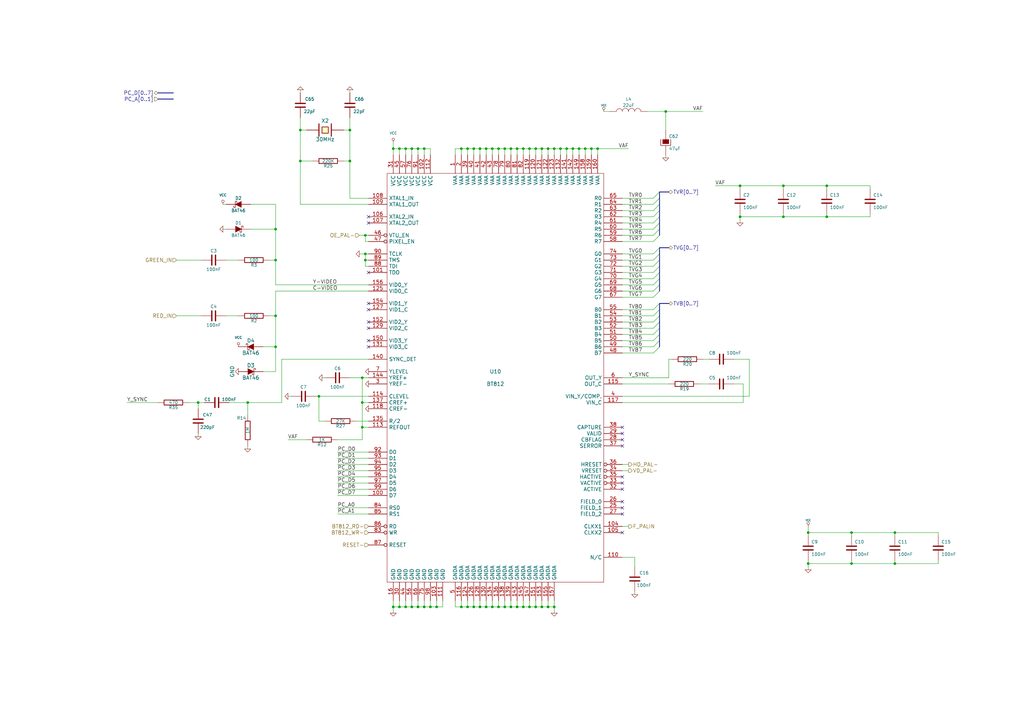
<source format=kicad_sch>
(kicad_sch (version 20221004) (generator eeschema)
  (paper "A3")
  (title_block (title "Video") (date "Sun 22 Mar 2015") (rev "2.0B") (company "Kicad EDA"))
  (lib_symbols
    (symbol "video_schlib:BT812" (pin_names (offset 0.762))
      (property "Reference" "U" (at 47.498 85.09 0))
      (property "Value" "BT812" (at 31.242 -85.09 0))
      (symbol "BT812_1_1"
        (pin input line (at -16.51 91.44 270) (length 7.62) (name "VAA") (number "1"))
        (pin tri_state line (at -52.07 -48.26 0) (length 7.62) (name "D7") (number "100"))
        (pin output line (at -52.07 43.18 0) (length 7.62) (name "TDO") (number "101"))
        (pin input line (at -29.21 91.44 270) (length 7.62) (name "VCC") (number "102"))
        (pin input line (at -24.13 -91.44 90) (length 7.62) (name "GND") (number "103"))
        (pin output line (at 52.07 -60.96 180) (length 7.62) (name "CLKX1") (number "104"))
        (pin output line (at 52.07 -63.5 180) (length 7.62) (name "CLKX2") (number "105"))
        (pin input line (at -52.07 66.04 0) (length 7.62) (name "XTAL2_IN") (number "106"))
        (pin output line (at -52.07 63.5 0) (length 7.62) (name "XTAL2_OUT") (number "107"))
        (pin input line (at -52.07 73.66 0) (length 7.62) (name "XTAL1_IN") (number "108"))
        (pin output line (at -52.07 71.12 0) (length 7.62) (name "XTAL1_OUT") (number "109"))
        (pin input line (at 52.07 -73.66 180) (length 7.62) (name "N/C") (number "110"))
        (pin input line (at -21.59 -91.44 90) (length 7.62) (name "GND") (number "111"))
        (pin input line (at -26.67 91.44 270) (length 7.62) (name "VCC") (number "112"))
        (pin output line (at -52.07 -20.32 0) (length 7.62) (name "REFOUT") (number "113"))
        (pin input line (at -52.07 -7.62 0) (length 7.62) (name "CLEVEL") (number "114"))
        (pin output line (at 52.07 -2.54 180) (length 7.62) (name "OUT_C") (number "115"))
        (pin input line (at -13.97 -91.44 90) (length 7.62) (name "GNDA") (number "116"))
        (pin input line (at 52.07 -10.16 180) (length 7.62) (name "VIN_C") (number "117"))
        (pin input line (at -52.07 -12.7 0) (length 7.62) (name "CREF-") (number "118"))
        (pin input line (at 13.97 91.44 270) (length 7.62) (name "VAA") (number "119"))
        (pin input line (at 16.51 91.44 270) (length 7.62) (name "VAA") (number "120"))
        (pin input line (at 19.05 91.44 270) (length 7.62) (name "VAA") (number "121"))
        (pin input line (at 21.59 91.44 270) (length 7.62) (name "VAA") (number "122"))
        (pin passive line (at 24.13 91.44 270) (length 7.62) (name "VAA") (number "123"))
        (pin input line (at -11.43 -91.44 90) (length 7.62) (name "GNDA") (number "124"))
        (pin input line (at -52.07 35.56 0) (length 7.62) (name "VID0_C") (number "125"))
        (pin input line (at -8.89 -91.44 90) (length 7.62) (name "GNDA") (number "126"))
        (pin input line (at -52.07 27.94 0) (length 7.62) (name "VID1_C") (number "127"))
        (pin input line (at -6.35 -91.44 90) (length 7.62) (name "GNDA") (number "128"))
        (pin input line (at -52.07 20.32 0) (length 7.62) (name "VID2_C") (number "129"))
        (pin input line (at -3.81 -91.44 90) (length 7.62) (name "GNDA") (number "130"))
        (pin input line (at -52.07 12.7 0) (length 7.62) (name "VID3_C") (number "131"))
        (pin input line (at 26.67 91.44 270) (length 7.62) (name "VAA") (number "132"))
        (pin input line (at -1.27 -91.44 90) (length 7.62) (name "GNDA") (number "134"))
        (pin input line (at -52.07 -17.78 0) (length 7.62) (name "R/2") (number "135"))
        (pin input line (at 1.27 -91.44 90) (length 7.62) (name "GNDA") (number "136"))
        (pin input line (at -52.07 -10.16 0) (length 7.62) (name "CREF+") (number "137"))
        (pin input line (at 3.81 -91.44 90) (length 7.62) (name "GNDA") (number "138"))
        (pin input line (at 6.35 -91.44 90) (length 7.62) (name "GNDA") (number "139"))
        (pin input line (at -52.07 7.62 0) (length 7.62) (name "SYNC_DET") (number "140"))
        (pin input line (at 29.21 91.44 270) (length 7.62) (name "VAA") (number "141"))
        (pin input line (at 31.75 91.44 270) (length 7.62) (name "VAA") (number "142"))
        (pin input line (at 8.89 -91.44 90) (length 7.62) (name "GNDA") (number "143"))
        (pin input line (at -52.07 0 0) (length 7.62) (name "YREF+") (number "144"))
        (pin input line (at 11.43 -91.44 90) (length 7.62) (name "GNDA") (number "145"))
        (pin input line (at 13.97 -91.44 90) (length 7.62) (name "GNDA") (number "147"))
        (pin input line (at 34.29 91.44 270) (length 7.62) (name "VAA") (number "149"))
        (pin input line (at -52.07 15.24 0) (length 7.62) (name "VID3_Y") (number "150"))
        (pin input line (at 16.51 -91.44 90) (length 7.62) (name "GNDA") (number "151"))
        (pin input line (at -52.07 22.86 0) (length 7.62) (name "VID2_Y") (number "152"))
        (pin input line (at 19.05 -91.44 90) (length 7.62) (name "GNDA") (number "153"))
        (pin input line (at -52.07 30.48 0) (length 7.62) (name "VID1_Y") (number "154"))
        (pin input line (at 21.59 -91.44 90) (length 7.62) (name "GNDA") (number "155"))
        (pin input line (at -52.07 38.1 0) (length 7.62) (name "VID0_Y") (number "156"))
        (pin input line (at 24.13 -91.44 90) (length 7.62) (name "GNDA") (number "157"))
        (pin input line (at 36.83 91.44 270) (length 7.62) (name "VAA") (number "158"))
        (pin input line (at 39.37 91.44 270) (length 7.62) (name "VAA") (number "159"))
        (pin input line (at -41.91 -91.44 90) (length 7.62) (name "GND") (number "16"))
        (pin input line (at 41.91 91.44 270) (length 7.62) (name "VAA") (number "160"))
        (pin input line (at -13.97 91.44 270) (length 7.62) (name "VAA") (number "2"))
        (pin bidirectional line (at 52.07 -53.34 180) (length 7.62) (name "FIELD_1") (number "25"))
        (pin bidirectional line (at 52.07 -50.8 180) (length 7.62) (name "FIELD_0") (number "26"))
        (pin output line (at 52.07 -55.88 180) (length 7.62) (name "FIELD_2") (number "27"))
        (pin output line (at 52.07 -25.4 180) (length 7.62) (name "CBFLAG") (number "28"))
        (pin output line (at 52.07 -22.86 180) (length 7.62) (name "VALID") (number "29"))
        (pin input line (at -52.07 -2.54 0) (length 7.62) (name "YREF-") (number "3"))
        (pin input line (at -39.37 -91.44 90) (length 7.62) (name "GND") (number "30"))
        (pin input line (at -41.91 91.44 270) (length 7.62) (name "VCC") (number "31"))
        (pin output line (at 52.07 -45.72 180) (length 7.62) (name "ACTIVE") (number "32"))
        (pin output inverted (at 52.07 -43.18 180) (length 7.62) (name "VACTIVE") (number "33"))
        (pin output inverted (at 52.07 -38.1 180) (length 7.62) (name "VRESET") (number "34"))
        (pin output inverted (at 52.07 -40.64 180) (length 7.62) (name "HACTIVE") (number "35"))
        (pin output inverted (at 52.07 -35.56 180) (length 7.62) (name "HRESET") (number "36"))
        (pin output line (at 52.07 -27.94 180) (length 7.62) (name "SERROR") (number "37"))
        (pin output line (at 52.07 -20.32 180) (length 7.62) (name "CAPTURE") (number "38"))
        (pin input line (at -11.43 91.44 270) (length 7.62) (name "VAA") (number "39"))
        (pin input line (at 52.07 -7.62 180) (length 7.62) (name "VIN_Y/COMP.") (number "4"))
        (pin input line (at -8.89 91.44 270) (length 7.62) (name "VAA") (number "40"))
        (pin input line (at -6.35 91.44 270) (length 7.62) (name "VAA") (number "41"))
        (pin input line (at -3.81 91.44 270) (length 7.62) (name "VAA") (number "42"))
        (pin input line (at -1.27 91.44 270) (length 7.62) (name "VAA") (number "43"))
        (pin input line (at -36.83 -91.44 90) (length 7.62) (name "GND") (number "44"))
        (pin input line (at -39.37 91.44 270) (length 7.62) (name "VCC") (number "45"))
        (pin input inverted (at -52.07 58.42 0) (length 7.62) (name "VTU_EN") (number "46"))
        (pin input inverted (at -52.07 55.88 0) (length 7.62) (name "PIXEL_EN") (number "47"))
        (pin tri_state line (at 52.07 10.16 180) (length 7.62) (name "B7") (number "48"))
        (pin tri_state line (at 52.07 12.7 180) (length 7.62) (name "B6") (number "49"))
        (pin input line (at -16.51 -91.44 90) (length 7.62) (name "GNDA") (number "5"))
        (pin tri_state line (at 52.07 15.24 180) (length 7.62) (name "B5") (number "50"))
        (pin tri_state line (at 52.07 17.78 180) (length 7.62) (name "B4") (number "51"))
        (pin tri_state line (at 52.07 20.32 180) (length 7.62) (name "B3") (number "52"))
        (pin tri_state line (at 52.07 22.86 180) (length 7.62) (name "B2") (number "53"))
        (pin tri_state line (at 52.07 25.4 180) (length 7.62) (name "B1") (number "54"))
        (pin tri_state line (at 52.07 27.94 180) (length 7.62) (name "B0") (number "55"))
        (pin input line (at -34.29 -91.44 90) (length 7.62) (name "GND") (number "56"))
        (pin input line (at -36.83 91.44 270) (length 7.62) (name "VCC") (number "57"))
        (pin tri_state line (at 52.07 55.88 180) (length 7.62) (name "R7") (number "58"))
        (pin tri_state line (at 52.07 58.42 180) (length 7.62) (name "R6") (number "59"))
        (pin output line (at 52.07 0 180) (length 7.62) (name "OUT_Y") (number "6"))
        (pin tri_state line (at 52.07 60.96 180) (length 7.62) (name "R5") (number "60"))
        (pin tri_state line (at 52.07 63.5 180) (length 7.62) (name "R4") (number "61"))
        (pin tri_state line (at 52.07 66.04 180) (length 7.62) (name "R3") (number "62"))
        (pin tri_state line (at 52.07 68.58 180) (length 7.62) (name "R2") (number "63"))
        (pin tri_state line (at 52.07 71.12 180) (length 7.62) (name "R1") (number "64"))
        (pin tri_state line (at 52.07 73.66 180) (length 7.62) (name "R0") (number "65"))
        (pin input line (at -31.75 -91.44 90) (length 7.62) (name "GND") (number "66"))
        (pin tri_state line (at 52.07 33.02 180) (length 7.62) (name "G7") (number "67"))
        (pin tri_state line (at 52.07 35.56 180) (length 7.62) (name "G6") (number "68"))
        (pin tri_state line (at 52.07 38.1 180) (length 7.62) (name "G5") (number "69"))
        (pin input line (at -52.07 2.54 0) (length 7.62) (name "YLEVEL") (number "7"))
        (pin tri_state line (at 52.07 40.64 180) (length 7.62) (name "G4") (number "70"))
        (pin tri_state line (at 52.07 43.18 180) (length 7.62) (name "G3") (number "71"))
        (pin tri_state line (at 52.07 45.72 180) (length 7.62) (name "G2") (number "72"))
        (pin tri_state line (at 52.07 48.26 180) (length 7.62) (name "G1") (number "73"))
        (pin tri_state line (at 52.07 50.8 180) (length 7.62) (name "G0") (number "74"))
        (pin input line (at -29.21 -91.44 90) (length 7.62) (name "GND") (number "75"))
        (pin input line (at -34.29 91.44 270) (length 7.62) (name "VCC") (number "76"))
        (pin input line (at 1.27 91.44 270) (length 7.62) (name "VAA") (number "78"))
        (pin input line (at 3.81 91.44 270) (length 7.62) (name "VAA") (number "79"))
        (pin input line (at 6.35 91.44 270) (length 7.62) (name "VAA") (number "80"))
        (pin input line (at 8.89 91.44 270) (length 7.62) (name "VAA") (number "81"))
        (pin input line (at 11.43 91.44 270) (length 7.62) (name "VAA") (number "82"))
        (pin input inverted (at -52.07 -63.5 0) (length 7.62) (name "WR") (number "83"))
        (pin input line (at -52.07 -53.34 0) (length 7.62) (name "RS0") (number "84"))
        (pin input line (at -52.07 -55.88 0) (length 7.62) (name "RS1") (number "85"))
        (pin input inverted (at -52.07 -60.96 0) (length 7.62) (name "RD") (number "86"))
        (pin input inverted (at -52.07 -68.58 0) (length 7.62) (name "RESET") (number "87"))
        (pin input line (at -52.07 45.72 0) (length 7.62) (name "TDI") (number "88"))
        (pin input line (at -52.07 48.26 0) (length 7.62) (name "TMS") (number "89"))
        (pin input line (at -52.07 50.8 0) (length 7.62) (name "TCLK") (number "90"))
        (pin passive line (at -31.75 91.44 270) (length 7.62) (name "VCC") (number "91"))
        (pin tri_state line (at -52.07 -30.48 0) (length 7.62) (name "D0") (number "92"))
        (pin tri_state line (at -52.07 -33.02 0) (length 7.62) (name "D1") (number "93"))
        (pin tri_state line (at -52.07 -35.56 0) (length 7.62) (name "D2") (number "94"))
        (pin tri_state line (at -52.07 -38.1 0) (length 7.62) (name "D3") (number "95"))
        (pin tri_state line (at -52.07 -40.64 0) (length 7.62) (name "D4") (number "96"))
        (pin tri_state line (at -52.07 -43.18 0) (length 7.62) (name "D5") (number "97"))
        (pin input line (at -26.67 -91.44 90) (length 7.62) (name "GND") (number "98"))
        (pin tri_state line (at -52.07 -45.72 0) (length 7.62) (name "D6") (number "99"))
      )
    )
    (symbol "video_schlib:C" (pin_numbers hide) (pin_names (offset 0.254))
      (property "Reference" "C" (at 0 2.54 0))
      (property "Value" "C" (at 0.1524 -2.159 0))
      (symbol "C_1_1"
        (pin passive line (at 0 5.08 270) (length 4.318) (name "~") (number "1"))
        (pin passive line (at 0 -5.08 90) (length 4.318) (name "~") (number "2"))
      )
    )
    (symbol "video_schlib:CP" (pin_numbers hide) (pin_names (offset 0.254) hide)
      (property "Reference" "C" (at 1.27 2.54 0))
      (property "Value" "CP" (at 1.27 -2.54 0))
      (symbol "CP_1_1"
        (pin passive line (at 0 5.08 270) (length 3.81) (name "~") (number "1"))
        (pin passive line (at 0 -5.08 90) (length 3.81) (name "~") (number "2"))
      )
    )
    (symbol "video_schlib:CRYSTAL" (pin_numbers hide) (pin_names (offset 1.016) hide)
      (property "Reference" "X" (at 0 3.81 0))
      (property "Value" "CRYSTAL" (at 0 -3.81 0))
      (symbol "CRYSTAL_1_1"
        (pin passive line (at -7.62 0 0) (length 5.08) (name "1") (number "1"))
        (pin passive line (at 7.62 0 180) (length 5.08) (name "2") (number "2"))
      )
    )
    (symbol "video_schlib:DIODESCH" (pin_numbers hide) (pin_names (offset 1.016) hide)
      (property "Reference" "D" (at 0 2.54 0))
      (property "Value" "DIODESCH" (at 0 -2.54 0))
      (symbol "DIODESCH_1_1"
        (pin passive line (at -5.08 0 0) (length 3.81) (name "A") (number "1"))
        (pin passive line (at 5.08 0 180) (length 3.81) (name "K") (number "2"))
      )
    )
    (symbol "video_schlib:GND" (power) (pin_names (offset 0))
      (symbol "GND_1_1"
        (pin power_in line (at 0 0 90) (length 0) hide (name "GND") (number "1"))
      )
    )
    (symbol "video_schlib:INDUCTOR" (pin_numbers hide) (pin_names (offset 1.016) hide)
      (property "Reference" "L" (at -1.27 0 90))
      (property "Value" "INDUCTOR" (at 2.54 0 90))
      (symbol "INDUCTOR_1_1"
        (pin passive line (at 0 7.62 270) (length 2.54) (name "1") (number "1"))
        (pin passive line (at 0 -7.62 90) (length 2.54) (name "2") (number "2"))
      )
    )
    (symbol "video_schlib:R" (pin_numbers hide) (pin_names (offset 0))
      (property "Reference" "R" (at 2.032 0 90))
      (property "Value" "R" (at 0.1778 0.0254 90))
      (symbol "R_1_1"
        (pin passive line (at 0 6.35 270) (length 2.54) (name "~") (number "1"))
        (pin passive line (at 0 -6.35 90) (length 2.54) (name "~") (number "2"))
      )
    )
    (symbol "video_schlib:VCC" (power) (pin_names (offset 0))
      (property "Value" "VCC" (at 0 2.54 0))
      (symbol "VCC_0_0"
        (pin power_in line (at 0 0 90) (length 0) hide (name "VCC") (number "1"))
      )
    )
  )
  (junction (at 234.95 60.96) (diameter 0.9144))
  (junction (at 113.03 129.54) (diameter 0.9144))
  (junction (at 209.55 60.96) (diameter 0.9144))
  (junction (at 171.45 60.96) (diameter 0.9144))
  (junction (at 166.37 60.96) (diameter 0.9144))
  (junction (at 123.19 53.34) (diameter 0.9144))
  (junction (at 149.86 96.52) (diameter 0.9144))
  (junction (at 149.86 104.14) (diameter 0.9144))
  (junction (at 113.03 142.24) (diameter 0.9144))
  (junction (at 214.63 60.96) (diameter 0.9144))
  (junction (at 173.99 248.92) (diameter 0.9144))
  (junction (at 81.28 165.1) (diameter 0.9144))
  (junction (at 339.09 76.2) (diameter 0.9144))
  (junction (at 227.33 248.92) (diameter 0.9144))
  (junction (at 201.93 60.96) (diameter 0.9144))
  (junction (at 163.83 60.96) (diameter 0.9144))
  (junction (at 143.51 66.04) (diameter 0.9144))
  (junction (at 242.57 60.96) (diameter 0.9144))
  (junction (at 273.05 45.72) (diameter 0.9144))
  (junction (at 219.71 60.96) (diameter 0.9144))
  (junction (at 245.11 60.96) (diameter 0.9144))
  (junction (at 321.31 88.9) (diameter 0.9144))
  (junction (at 148.59 175.26) (diameter 0.9144))
  (junction (at 232.41 60.96) (diameter 0.9144))
  (junction (at 207.01 60.96) (diameter 0.9144))
  (junction (at 237.49 60.96) (diameter 0.9144))
  (junction (at 161.29 60.96) (diameter 0.9144))
  (junction (at 123.19 66.04) (diameter 0.9144))
  (junction (at 171.45 248.92) (diameter 0.9144))
  (junction (at 204.47 248.92) (diameter 0.9144))
  (junction (at 113.03 93.98) (diameter 0.9144))
  (junction (at 204.47 60.96) (diameter 0.9144))
  (junction (at 331.47 218.44) (diameter 0.9144))
  (junction (at 163.83 248.92) (diameter 0.9144))
  (junction (at 349.25 218.44) (diameter 0.9144))
  (junction (at 101.6 165.1) (diameter 0.9144))
  (junction (at 207.01 248.92) (diameter 0.9144))
  (junction (at 222.25 248.92) (diameter 0.9144))
  (junction (at 212.09 60.96) (diameter 0.9144))
  (junction (at 148.59 154.94) (diameter 0.9144))
  (junction (at 217.17 60.96) (diameter 0.9144))
  (junction (at 229.87 60.96) (diameter 0.9144))
  (junction (at 130.81 162.56) (diameter 0.9144))
  (junction (at 212.09 248.92) (diameter 0.9144))
  (junction (at 199.39 60.96) (diameter 0.9144))
  (junction (at 339.09 88.9) (diameter 0.9144))
  (junction (at 176.53 248.92) (diameter 0.9144))
  (junction (at 331.47 231.14) (diameter 0.9144))
  (junction (at 191.77 60.96) (diameter 0.9144))
  (junction (at 189.23 60.96) (diameter 0.9144))
  (junction (at 194.31 248.92) (diameter 0.9144))
  (junction (at 196.85 60.96) (diameter 0.9144))
  (junction (at 303.53 88.9) (diameter 0.9144))
  (junction (at 179.07 248.92) (diameter 0.9144))
  (junction (at 222.25 60.96) (diameter 0.9144))
  (junction (at 303.53 76.2) (diameter 0.9144))
  (junction (at 173.99 60.96) (diameter 0.9144))
  (junction (at 217.17 248.92) (diameter 0.9144))
  (junction (at 143.51 53.34) (diameter 0.9144))
  (junction (at 166.37 248.92) (diameter 0.9144))
  (junction (at 349.25 231.14) (diameter 0.9144))
  (junction (at 240.03 60.96) (diameter 0.9144))
  (junction (at 367.03 218.44) (diameter 0.9144))
  (junction (at 161.29 248.92) (diameter 0.9144))
  (junction (at 367.03 231.14) (diameter 0.9144))
  (junction (at 214.63 248.92) (diameter 0.9144))
  (junction (at 148.59 165.1) (diameter 0.9144))
  (junction (at 199.39 248.92) (diameter 0.9144))
  (junction (at 321.31 76.2) (diameter 0.9144))
  (junction (at 113.03 106.68) (diameter 0.9144))
  (junction (at 196.85 248.92) (diameter 0.9144))
  (junction (at 191.77 248.92) (diameter 0.9144))
  (junction (at 219.71 248.92) (diameter 0.9144))
  (junction (at 201.93 248.92) (diameter 0.9144))
  (junction (at 209.55 248.92) (diameter 0.9144))
  (junction (at 189.23 248.92) (diameter 0.9144))
  (junction (at 194.31 60.96) (diameter 0.9144))
  (junction (at 168.91 60.96) (diameter 0.9144))
  (junction (at 149.86 106.68) (diameter 0.9144))
  (junction (at 224.79 60.96) (diameter 0.9144))
  (junction (at 168.91 248.92) (diameter 0.9144))
  (junction (at 227.33 60.96) (diameter 0.9144))
  (junction (at 224.79 248.92) (diameter 0.9144))
  (no_connect (at 255.27 205.74))
  (no_connect (at 255.27 198.12))
  (no_connect (at 151.13 124.46))
  (no_connect (at 255.27 175.26))
  (no_connect (at 151.13 91.44))
  (no_connect (at 255.27 177.8))
  (no_connect (at 151.13 127))
  (no_connect (at 255.27 208.28))
  (no_connect (at 255.27 218.44))
  (no_connect (at 255.27 195.58))
  (no_connect (at 255.27 180.34))
  (no_connect (at 255.27 200.66))
  (no_connect (at 151.13 134.62))
  (no_connect (at 255.27 210.82))
  (no_connect (at 151.13 111.76))
  (no_connect (at 151.13 139.7))
  (no_connect (at 151.13 142.24))
  (no_connect (at 151.13 132.08))
  (no_connect (at 255.27 182.88))
  (no_connect (at 151.13 88.9))
  (bus_entry (at 267.97 93.98) (size 2.54 -2.54) (stroke (width 0.1524)))
  (bus_entry (at 267.97 86.36) (size 2.54 -2.54) (stroke (width 0.1524)))
  (bus_entry (at 267.97 121.92) (size 2.54 -2.54) (stroke (width 0.1524)))
  (bus_entry (at 267.97 127) (size 2.54 -2.54) (stroke (width 0.1524)))
  (bus_entry (at 267.97 114.3) (size 2.54 -2.54) (stroke (width 0.1524)))
  (bus_entry (at 267.97 83.82) (size 2.54 -2.54) (stroke (width 0.1524)))
  (bus_entry (at 267.97 139.7) (size 2.54 -2.54) (stroke (width 0.1524)))
  (bus_entry (at 267.97 116.84) (size 2.54 -2.54) (stroke (width 0.1524)))
  (bus_entry (at 267.97 144.78) (size 2.54 -2.54) (stroke (width 0.1524)))
  (bus_entry (at 267.97 81.28) (size 2.54 -2.54) (stroke (width 0.1524)))
  (bus_entry (at 267.97 109.22) (size 2.54 -2.54) (stroke (width 0.1524)))
  (bus_entry (at 267.97 134.62) (size 2.54 -2.54) (stroke (width 0.1524)))
  (bus_entry (at 267.97 111.76) (size 2.54 -2.54) (stroke (width 0.1524)))
  (bus_entry (at 267.97 106.68) (size 2.54 -2.54) (stroke (width 0.1524)))
  (bus_entry (at 267.97 99.06) (size 2.54 -2.54) (stroke (width 0.1524)))
  (bus_entry (at 267.97 132.08) (size 2.54 -2.54) (stroke (width 0.1524)))
  (bus_entry (at 267.97 142.24) (size 2.54 -2.54) (stroke (width 0.1524)))
  (bus_entry (at 267.97 104.14) (size 2.54 -2.54) (stroke (width 0.1524)))
  (bus_entry (at 267.97 137.16) (size 2.54 -2.54) (stroke (width 0.1524)))
  (bus_entry (at 267.97 129.54) (size 2.54 -2.54) (stroke (width 0.1524)))
  (bus_entry (at 267.97 119.38) (size 2.54 -2.54) (stroke (width 0.1524)))
  (bus_entry (at 267.97 88.9) (size 2.54 -2.54) (stroke (width 0.1524)))
  (bus_entry (at 267.97 96.52) (size 2.54 -2.54) (stroke (width 0.1524)))
  (bus_entry (at 267.97 91.44) (size 2.54 -2.54) (stroke (width 0.1524)))
  (wire (pts (xy 255.27 109.22) (xy 267.97 109.22)))
  (wire (pts (xy 173.99 60.96) (xy 173.99 63.5)))
  (wire (pts (xy 102.87 83.82) (xy 113.03 83.82)))
  (wire (pts (xy 123.19 48.26) (xy 123.19 53.34)))
  (wire (pts (xy 273.05 45.72) (xy 273.05 53.34)))
  (wire (pts (xy 245.11 60.96) (xy 245.11 63.5)))
  (wire (pts (xy 81.28 165.1) (xy 83.82 165.1)))
  (wire (pts (xy 189.23 60.96) (xy 191.77 60.96)))
  (bus (pts (xy 270.51 86.36) (xy 270.51 88.9)))
  (wire (pts (xy 191.77 60.96) (xy 191.77 63.5)))
  (wire (pts (xy 207.01 248.92) (xy 209.55 248.92)))
  (wire (pts (xy 149.86 104.14) (xy 151.13 104.14)))
  (wire (pts (xy 171.45 60.96) (xy 171.45 63.5)))
  (wire (pts (xy 166.37 246.38) (xy 166.37 248.92)))
  (wire (pts (xy 196.85 60.96) (xy 196.85 63.5)))
  (wire (pts (xy 224.79 246.38) (xy 224.79 248.92)))
  (wire (pts (xy 148.59 154.94) (xy 148.59 165.1)))
  (wire (pts (xy 138.43 203.2) (xy 151.13 203.2)))
  (wire (pts (xy 242.57 60.96) (xy 245.11 60.96)))
  (wire (pts (xy 179.07 248.92) (xy 181.61 248.92)))
  (bus (pts (xy 270.51 106.68) (xy 270.51 109.22)))
  (wire (pts (xy 140.97 66.04) (xy 143.51 66.04)))
  (wire (pts (xy 349.25 218.44) (xy 367.03 218.44)))
  (wire (pts (xy 179.07 246.38) (xy 179.07 248.92)))
  (wire (pts (xy 194.31 248.92) (xy 196.85 248.92)))
  (wire (pts (xy 384.81 231.14) (xy 384.81 229.87)))
  (wire (pts (xy 123.19 53.34) (xy 125.73 53.34)))
  (wire (pts (xy 224.79 248.92) (xy 227.33 248.92)))
  (wire (pts (xy 113.03 119.38) (xy 113.03 129.54)))
  (wire (pts (xy 303.53 77.47) (xy 303.53 76.2)))
  (wire (pts (xy 148.59 165.1) (xy 151.13 165.1)))
  (bus (pts (xy 270.51 109.22) (xy 270.51 111.76)))
  (wire (pts (xy 166.37 60.96) (xy 166.37 63.5)))
  (wire (pts (xy 191.77 60.96) (xy 194.31 60.96)))
  (wire (pts (xy 255.27 106.68) (xy 267.97 106.68)))
  (wire (pts (xy 151.13 119.38) (xy 113.03 119.38)))
  (wire (pts (xy 163.83 60.96) (xy 163.83 63.5)))
  (wire (pts (xy 219.71 248.92) (xy 222.25 248.92)))
  (wire (pts (xy 207.01 60.96) (xy 207.01 63.5)))
  (wire (pts (xy 93.98 165.1) (xy 101.6 165.1)))
  (wire (pts (xy 138.43 190.5) (xy 151.13 190.5)))
  (wire (pts (xy 255.27 127) (xy 267.97 127)))
  (wire (pts (xy 199.39 246.38) (xy 199.39 248.92)))
  (wire (pts (xy 204.47 60.96) (xy 204.47 63.5)))
  (wire (pts (xy 92.71 106.68) (xy 97.79 106.68)))
  (wire (pts (xy 265.43 45.72) (xy 273.05 45.72)))
  (wire (pts (xy 234.95 60.96) (xy 234.95 63.5)))
  (wire (pts (xy 168.91 60.96) (xy 168.91 63.5)))
  (wire (pts (xy 138.43 198.12) (xy 151.13 198.12)))
  (bus (pts (xy 274.32 124.46) (xy 270.51 124.46)))
  (wire (pts (xy 173.99 60.96) (xy 176.53 60.96)))
  (wire (pts (xy 113.03 93.98) (xy 113.03 106.68)))
  (wire (pts (xy 255.27 114.3) (xy 267.97 114.3)))
  (bus (pts (xy 64.77 38.1) (xy 71.12 38.1)))
  (wire (pts (xy 219.71 60.96) (xy 222.25 60.96)))
  (wire (pts (xy 321.31 76.2) (xy 339.09 76.2)))
  (wire (pts (xy 331.47 229.87) (xy 331.47 231.14)))
  (wire (pts (xy 171.45 246.38) (xy 171.45 248.92)))
  (wire (pts (xy 255.27 215.9) (xy 257.81 215.9)))
  (wire (pts (xy 149.86 104.14) (xy 149.86 106.68)))
  (wire (pts (xy 168.91 248.92) (xy 171.45 248.92)))
  (wire (pts (xy 138.43 187.96) (xy 151.13 187.96)))
  (wire (pts (xy 176.53 60.96) (xy 176.53 63.5)))
  (wire (pts (xy 113.03 116.84) (xy 151.13 116.84)))
  (wire (pts (xy 151.13 99.06) (xy 149.86 99.06)))
  (wire (pts (xy 81.28 165.1) (xy 81.28 167.64)))
  (wire (pts (xy 123.19 53.34) (xy 123.19 66.04)))
  (wire (pts (xy 77.47 165.1) (xy 81.28 165.1)))
  (wire (pts (xy 161.29 60.96) (xy 161.29 63.5)))
  (wire (pts (xy 147.32 96.52) (xy 149.86 96.52)))
  (wire (pts (xy 255.27 134.62) (xy 267.97 134.62)))
  (wire (pts (xy 367.03 231.14) (xy 384.81 231.14)))
  (wire (pts (xy 255.27 88.9) (xy 267.97 88.9)))
  (wire (pts (xy 303.53 87.63) (xy 303.53 88.9)))
  (wire (pts (xy 186.69 60.96) (xy 189.23 60.96)))
  (wire (pts (xy 173.99 248.92) (xy 176.53 248.92)))
  (wire (pts (xy 81.28 177.8) (xy 81.28 179.07)))
  (wire (pts (xy 214.63 246.38) (xy 214.63 248.92)))
  (wire (pts (xy 115.57 165.1) (xy 115.57 147.32)))
  (wire (pts (xy 138.43 185.42) (xy 151.13 185.42)))
  (wire (pts (xy 367.03 218.44) (xy 367.03 219.71)))
  (wire (pts (xy 300.99 157.48) (xy 304.8 157.48)))
  (bus (pts (xy 270.51 91.44) (xy 270.51 93.98)))
  (wire (pts (xy 101.6 165.1) (xy 115.57 165.1)))
  (wire (pts (xy 138.43 193.04) (xy 151.13 193.04)))
  (wire (pts (xy 123.19 66.04) (xy 128.27 66.04)))
  (wire (pts (xy 143.51 154.94) (xy 148.59 154.94)))
  (wire (pts (xy 110.49 106.68) (xy 113.03 106.68)))
  (wire (pts (xy 222.25 248.92) (xy 224.79 248.92)))
  (wire (pts (xy 207.01 60.96) (xy 209.55 60.96)))
  (wire (pts (xy 255.27 129.54) (xy 267.97 129.54)))
  (bus (pts (xy 270.51 137.16) (xy 270.51 139.7)))
  (wire (pts (xy 255.27 142.24) (xy 267.97 142.24)))
  (wire (pts (xy 255.27 86.36) (xy 267.97 86.36)))
  (wire (pts (xy 143.51 66.04) (xy 143.51 81.28)))
  (wire (pts (xy 227.33 246.38) (xy 227.33 248.92)))
  (bus (pts (xy 270.51 104.14) (xy 270.51 106.68)))
  (wire (pts (xy 199.39 60.96) (xy 199.39 63.5)))
  (wire (pts (xy 140.97 53.34) (xy 143.51 53.34)))
  (wire (pts (xy 189.23 60.96) (xy 189.23 63.5)))
  (wire (pts (xy 113.03 83.82) (xy 113.03 93.98)))
  (wire (pts (xy 224.79 60.96) (xy 227.33 60.96)))
  (wire (pts (xy 194.31 60.96) (xy 194.31 63.5)))
  (wire (pts (xy 186.69 60.96) (xy 186.69 63.5)))
  (wire (pts (xy 143.51 48.26) (xy 143.51 53.34)))
  (wire (pts (xy 186.69 248.92) (xy 186.69 246.38)))
  (wire (pts (xy 149.86 106.68) (xy 151.13 106.68)))
  (wire (pts (xy 138.43 195.58) (xy 151.13 195.58)))
  (wire (pts (xy 209.55 248.92) (xy 212.09 248.92)))
  (bus (pts (xy 274.32 101.6) (xy 270.51 101.6)))
  (wire (pts (xy 217.17 248.92) (xy 219.71 248.92)))
  (wire (pts (xy 331.47 215.9) (xy 331.47 218.44)))
  (wire (pts (xy 173.99 246.38) (xy 173.99 248.92)))
  (wire (pts (xy 255.27 104.14) (xy 267.97 104.14)))
  (wire (pts (xy 199.39 248.92) (xy 201.93 248.92)))
  (wire (pts (xy 255.27 139.7) (xy 267.97 139.7)))
  (wire (pts (xy 222.25 60.96) (xy 222.25 63.5)))
  (wire (pts (xy 287.02 157.48) (xy 290.83 157.48)))
  (wire (pts (xy 123.19 83.82) (xy 151.13 83.82)))
  (wire (pts (xy 212.09 248.92) (xy 214.63 248.92)))
  (wire (pts (xy 274.32 154.94) (xy 274.32 147.32)))
  (bus (pts (xy 270.51 111.76) (xy 270.51 114.3)))
  (wire (pts (xy 339.09 88.9) (xy 356.87 88.9)))
  (wire (pts (xy 255.27 81.28) (xy 267.97 81.28)))
  (wire (pts (xy 247.65 45.72) (xy 250.19 45.72)))
  (bus (pts (xy 274.32 78.74) (xy 270.51 78.74)))
  (wire (pts (xy 110.49 129.54) (xy 113.03 129.54)))
  (wire (pts (xy 219.71 246.38) (xy 219.71 248.92)))
  (wire (pts (xy 118.11 162.56) (xy 119.38 162.56)))
  (wire (pts (xy 130.81 172.72) (xy 133.35 172.72)))
  (wire (pts (xy 255.27 119.38) (xy 267.97 119.38)))
  (bus (pts (xy 270.51 114.3) (xy 270.51 116.84)))
  (wire (pts (xy 138.43 210.82) (xy 151.13 210.82)))
  (wire (pts (xy 255.27 154.94) (xy 274.32 154.94)))
  (wire (pts (xy 196.85 246.38) (xy 196.85 248.92)))
  (wire (pts (xy 237.49 60.96) (xy 237.49 63.5)))
  (wire (pts (xy 196.85 60.96) (xy 199.39 60.96)))
  (wire (pts (xy 234.95 60.96) (xy 237.49 60.96)))
  (wire (pts (xy 356.87 76.2) (xy 356.87 77.47)))
  (wire (pts (xy 186.69 248.92) (xy 189.23 248.92)))
  (wire (pts (xy 161.29 60.96) (xy 163.83 60.96)))
  (wire (pts (xy 349.25 218.44) (xy 349.25 219.71)))
  (wire (pts (xy 214.63 60.96) (xy 214.63 63.5)))
  (bus (pts (xy 270.51 93.98) (xy 270.51 96.52)))
  (wire (pts (xy 101.6 165.1) (xy 101.6 170.18)))
  (wire (pts (xy 307.34 162.56) (xy 307.34 147.32)))
  (wire (pts (xy 171.45 248.92) (xy 173.99 248.92)))
  (wire (pts (xy 227.33 60.96) (xy 229.87 60.96)))
  (wire (pts (xy 321.31 88.9) (xy 321.31 87.63)))
  (wire (pts (xy 303.53 76.2) (xy 321.31 76.2)))
  (wire (pts (xy 181.61 248.92) (xy 181.61 246.38)))
  (wire (pts (xy 255.27 132.08) (xy 267.97 132.08)))
  (wire (pts (xy 321.31 77.47) (xy 321.31 76.2)))
  (wire (pts (xy 130.81 162.56) (xy 130.81 172.72)))
  (wire (pts (xy 331.47 218.44) (xy 331.47 219.71)))
  (wire (pts (xy 166.37 248.92) (xy 168.91 248.92)))
  (bus (pts (xy 64.77 40.64) (xy 71.12 40.64)))
  (wire (pts (xy 194.31 246.38) (xy 194.31 248.92)))
  (wire (pts (xy 130.81 162.56) (xy 151.13 162.56)))
  (wire (pts (xy 255.27 99.06) (xy 267.97 99.06)))
  (wire (pts (xy 101.6 182.88) (xy 101.6 184.15)))
  (wire (pts (xy 149.86 109.22) (xy 151.13 109.22)))
  (wire (pts (xy 222.25 60.96) (xy 224.79 60.96)))
  (wire (pts (xy 255.27 83.82) (xy 267.97 83.82)))
  (bus (pts (xy 270.51 101.6) (xy 270.51 104.14)))
  (wire (pts (xy 148.59 175.26) (xy 151.13 175.26)))
  (bus (pts (xy 270.51 116.84) (xy 270.51 119.38)))
  (wire (pts (xy 255.27 193.04) (xy 257.81 193.04)))
  (wire (pts (xy 273.05 45.72) (xy 288.29 45.72)))
  (wire (pts (xy 148.59 175.26) (xy 148.59 180.34)))
  (bus (pts (xy 270.51 83.82) (xy 270.51 86.36)))
  (wire (pts (xy 229.87 60.96) (xy 232.41 60.96)))
  (wire (pts (xy 367.03 229.87) (xy 367.03 231.14)))
  (wire (pts (xy 113.03 129.54) (xy 113.03 142.24)))
  (wire (pts (xy 118.11 180.34) (xy 125.73 180.34)))
  (wire (pts (xy 260.35 243.84) (xy 260.35 242.57)))
  (wire (pts (xy 240.03 60.96) (xy 240.03 63.5)))
  (wire (pts (xy 232.41 60.96) (xy 232.41 63.5)))
  (wire (pts (xy 161.29 58.42) (xy 161.29 60.96)))
  (wire (pts (xy 209.55 60.96) (xy 209.55 63.5)))
  (wire (pts (xy 147.32 104.14) (xy 149.86 104.14)))
  (wire (pts (xy 138.43 200.66) (xy 151.13 200.66)))
  (wire (pts (xy 196.85 248.92) (xy 199.39 248.92)))
  (wire (pts (xy 255.27 157.48) (xy 274.32 157.48)))
  (wire (pts (xy 293.37 76.2) (xy 303.53 76.2)))
  (wire (pts (xy 217.17 60.96) (xy 217.17 63.5)))
  (wire (pts (xy 102.87 93.98) (xy 113.03 93.98)))
  (wire (pts (xy 288.29 147.32) (xy 290.83 147.32)))
  (wire (pts (xy 229.87 60.96) (xy 229.87 63.5)))
  (wire (pts (xy 72.39 129.54) (xy 82.55 129.54)))
  (bus (pts (xy 270.51 124.46) (xy 270.51 127)))
  (wire (pts (xy 349.25 231.14) (xy 367.03 231.14)))
  (wire (pts (xy 273.05 64.77) (xy 273.05 63.5)))
  (bus (pts (xy 270.51 129.54) (xy 270.51 132.08)))
  (wire (pts (xy 189.23 248.92) (xy 191.77 248.92)))
  (wire (pts (xy 194.31 60.96) (xy 196.85 60.96)))
  (wire (pts (xy 349.25 229.87) (xy 349.25 231.14)))
  (wire (pts (xy 201.93 60.96) (xy 204.47 60.96)))
  (bus (pts (xy 270.51 132.08) (xy 270.51 134.62)))
  (wire (pts (xy 303.53 88.9) (xy 321.31 88.9)))
  (wire (pts (xy 331.47 231.14) (xy 349.25 231.14)))
  (wire (pts (xy 123.19 38.1) (xy 123.19 36.83)))
  (wire (pts (xy 274.32 147.32) (xy 275.59 147.32)))
  (wire (pts (xy 339.09 88.9) (xy 339.09 87.63)))
  (wire (pts (xy 92.71 129.54) (xy 97.79 129.54)))
  (wire (pts (xy 255.27 228.6) (xy 260.35 228.6)))
  (wire (pts (xy 123.19 66.04) (xy 123.19 83.82)))
  (wire (pts (xy 227.33 248.92) (xy 227.33 251.46)))
  (wire (pts (xy 237.49 60.96) (xy 240.03 60.96)))
  (wire (pts (xy 107.95 142.24) (xy 113.03 142.24)))
  (wire (pts (xy 367.03 218.44) (xy 384.81 218.44)))
  (wire (pts (xy 255.27 190.5) (xy 257.81 190.5)))
  (wire (pts (xy 163.83 248.92) (xy 166.37 248.92)))
  (wire (pts (xy 217.17 246.38) (xy 217.17 248.92)))
  (wire (pts (xy 201.93 60.96) (xy 201.93 63.5)))
  (wire (pts (xy 191.77 246.38) (xy 191.77 248.92)))
  (wire (pts (xy 214.63 60.96) (xy 217.17 60.96)))
  (wire (pts (xy 91.44 83.82) (xy 92.71 83.82)))
  (wire (pts (xy 212.09 246.38) (xy 212.09 248.92)))
  (wire (pts (xy 72.39 106.68) (xy 82.55 106.68)))
  (wire (pts (xy 148.59 180.34) (xy 138.43 180.34)))
  (wire (pts (xy 191.77 248.92) (xy 194.31 248.92)))
  (wire (pts (xy 143.51 53.34) (xy 143.51 66.04)))
  (wire (pts (xy 91.44 93.98) (xy 92.71 93.98)))
  (wire (pts (xy 255.27 111.76) (xy 267.97 111.76)))
  (wire (pts (xy 138.43 208.28) (xy 151.13 208.28)))
  (wire (pts (xy 161.29 248.92) (xy 163.83 248.92)))
  (wire (pts (xy 227.33 60.96) (xy 227.33 63.5)))
  (wire (pts (xy 209.55 246.38) (xy 209.55 248.92)))
  (wire (pts (xy 303.53 88.9) (xy 303.53 91.44)))
  (wire (pts (xy 143.51 81.28) (xy 151.13 81.28)))
  (wire (pts (xy 168.91 246.38) (xy 168.91 248.92)))
  (wire (pts (xy 255.27 93.98) (xy 267.97 93.98)))
  (wire (pts (xy 113.03 142.24) (xy 113.03 152.4)))
  (bus (pts (xy 270.51 139.7) (xy 270.51 142.24)))
  (wire (pts (xy 161.29 248.92) (xy 161.29 251.46)))
  (wire (pts (xy 255.27 116.84) (xy 267.97 116.84)))
  (wire (pts (xy 384.81 218.44) (xy 384.81 219.71)))
  (wire (pts (xy 163.83 246.38) (xy 163.83 248.92)))
  (wire (pts (xy 240.03 60.96) (xy 242.57 60.96)))
  (wire (pts (xy 199.39 60.96) (xy 201.93 60.96)))
  (wire (pts (xy 219.71 60.96) (xy 219.71 63.5)))
  (wire (pts (xy 260.35 228.6) (xy 260.35 232.41)))
  (wire (pts (xy 148.59 165.1) (xy 148.59 175.26)))
  (wire (pts (xy 255.27 162.56) (xy 307.34 162.56)))
  (wire (pts (xy 331.47 231.14) (xy 331.47 233.68)))
  (wire (pts (xy 201.93 248.92) (xy 204.47 248.92)))
  (wire (pts (xy 161.29 246.38) (xy 161.29 248.92)))
  (wire (pts (xy 149.86 99.06) (xy 149.86 96.52)))
  (wire (pts (xy 255.27 137.16) (xy 267.97 137.16)))
  (wire (pts (xy 222.25 246.38) (xy 222.25 248.92)))
  (wire (pts (xy 168.91 60.96) (xy 171.45 60.96)))
  (wire (pts (xy 149.86 106.68) (xy 149.86 109.22)))
  (wire (pts (xy 176.53 248.92) (xy 179.07 248.92)))
  (wire (pts (xy 214.63 248.92) (xy 217.17 248.92)))
  (bus (pts (xy 270.51 81.28) (xy 270.51 83.82)))
  (wire (pts (xy 217.17 60.96) (xy 219.71 60.96)))
  (wire (pts (xy 209.55 60.96) (xy 212.09 60.96)))
  (wire (pts (xy 255.27 144.78) (xy 267.97 144.78)))
  (wire (pts (xy 149.86 96.52) (xy 151.13 96.52)))
  (wire (pts (xy 356.87 88.9) (xy 356.87 87.63)))
  (wire (pts (xy 52.07 165.1) (xy 64.77 165.1)))
  (wire (pts (xy 129.54 162.56) (xy 130.81 162.56)))
  (wire (pts (xy 163.83 60.96) (xy 166.37 60.96)))
  (wire (pts (xy 113.03 152.4) (xy 107.95 152.4)))
  (wire (pts (xy 255.27 165.1) (xy 304.8 165.1)))
  (wire (pts (xy 204.47 246.38) (xy 204.47 248.92)))
  (wire (pts (xy 207.01 246.38) (xy 207.01 248.92)))
  (wire (pts (xy 212.09 60.96) (xy 214.63 60.96)))
  (wire (pts (xy 132.08 154.94) (xy 133.35 154.94)))
  (wire (pts (xy 146.05 172.72) (xy 151.13 172.72)))
  (wire (pts (xy 304.8 165.1) (xy 304.8 157.48)))
  (wire (pts (xy 148.59 154.94) (xy 151.13 154.94)))
  (wire (pts (xy 232.41 60.96) (xy 234.95 60.96)))
  (wire (pts (xy 166.37 60.96) (xy 168.91 60.96)))
  (wire (pts (xy 176.53 246.38) (xy 176.53 248.92)))
  (wire (pts (xy 189.23 246.38) (xy 189.23 248.92)))
  (wire (pts (xy 204.47 248.92) (xy 207.01 248.92)))
  (wire (pts (xy 171.45 60.96) (xy 173.99 60.96)))
  (wire (pts (xy 255.27 96.52) (xy 267.97 96.52)))
  (wire (pts (xy 201.93 246.38) (xy 201.93 248.92)))
  (bus (pts (xy 270.51 134.62) (xy 270.51 137.16)))
  (wire (pts (xy 212.09 60.96) (xy 212.09 63.5)))
  (wire (pts (xy 151.13 147.32) (xy 115.57 147.32)))
  (wire (pts (xy 143.51 36.83) (xy 143.51 38.1)))
  (wire (pts (xy 321.31 88.9) (xy 339.09 88.9)))
  (bus (pts (xy 270.51 78.74) (xy 270.51 81.28)))
  (wire (pts (xy 245.11 60.96) (xy 257.81 60.96)))
  (wire (pts (xy 300.99 147.32) (xy 307.34 147.32)))
  (wire (pts (xy 242.57 60.96) (xy 242.57 63.5)))
  (wire (pts (xy 204.47 60.96) (xy 207.01 60.96)))
  (wire (pts (xy 224.79 60.96) (xy 224.79 63.5)))
  (wire (pts (xy 255.27 121.92) (xy 267.97 121.92)))
  (wire (pts (xy 339.09 77.47) (xy 339.09 76.2)))
  (wire (pts (xy 331.47 218.44) (xy 349.25 218.44)))
  (bus (pts (xy 270.51 127) (xy 270.51 129.54)))
  (wire (pts (xy 339.09 76.2) (xy 356.87 76.2)))
  (bus (pts (xy 270.51 88.9) (xy 270.51 91.44)))
  (wire (pts (xy 255.27 91.44) (xy 267.97 91.44)))
  (wire (pts (xy 113.03 106.68) (xy 113.03 116.84)))
  (label "VAF" (at 257.81 60.96 0) (effects (font (size 1.524 1.524))))
  (label "PC_D5" (at 138.43 198.12 0) (effects (font (size 1.524 1.524))))
  (label "TVG1" (at 257.81 106.68 0) (effects (font (size 1.524 1.524))))
  (label "TVR1" (at 257.81 83.82 0) (effects (font (size 1.524 1.524))))
  (label "TVB6" (at 257.81 142.24 0) (effects (font (size 1.524 1.524))))
  (label "TVB5" (at 257.81 139.7 0) (effects (font (size 1.524 1.524))))
  (label "TVB3" (at 257.81 134.62 0) (effects (font (size 1.524 1.524))))
  (label "TVR7" (at 257.81 99.06 0) (effects (font (size 1.524 1.524))))
  (label "TVR3" (at 257.81 88.9 0) (effects (font (size 1.524 1.524))))
  (label "TVG4" (at 257.81 114.3 0) (effects (font (size 1.524 1.524))))
  (label "TVB0" (at 257.81 127 0) (effects (font (size 1.524 1.524))))
  (label "Y_SYNC" (at 257.81 154.94 0) (effects (font (size 1.524 1.524))))
  (label "TVG6" (at 257.81 119.38 0) (effects (font (size 1.524 1.524))))
  (label "VAF" (at 288.29 45.72 0) (effects (font (size 1.524 1.524))))
  (label "TVR0" (at 257.81 81.28 0) (effects (font (size 1.524 1.524))))
  (label "TVB4" (at 257.81 137.16 0) (effects (font (size 1.524 1.524))))
  (label "PC_D2" (at 138.43 190.5 0) (effects (font (size 1.524 1.524))))
  (label "TVR6" (at 257.81 96.52 0) (effects (font (size 1.524 1.524))))
  (label "TVG7" (at 257.81 121.92 0) (effects (font (size 1.524 1.524))))
  (label "TVG0" (at 257.81 104.14 0) (effects (font (size 1.524 1.524))))
  (label "TVR2" (at 257.81 86.36 0) (effects (font (size 1.524 1.524))))
  (label "PC_A1" (at 138.43 210.82 0) (effects (font (size 1.524 1.524))))
  (label "TVR5" (at 257.81 93.98 0) (effects (font (size 1.524 1.524))))
  (label "VAF" (at 293.37 76.2 0) (effects (font (size 1.524 1.524))))
  (label "VAF" (at 118.11 180.34 0) (effects (font (size 1.524 1.524))))
  (label "PC_A0" (at 138.43 208.28 0) (effects (font (size 1.524 1.524))))
  (label "TVB7" (at 257.81 144.78 0) (effects (font (size 1.524 1.524))))
  (label "Y-VIDEO" (at 128.27 116.84 0) (effects (font (size 1.524 1.524))))
  (label "C-VIDEO" (at 128.27 119.38 0) (effects (font (size 1.524 1.524))))
  (label "TVB2" (at 257.81 132.08 0) (effects (font (size 1.524 1.524))))
  (label "TVR4" (at 257.81 91.44 0) (effects (font (size 1.524 1.524))))
  (label "PC_D0" (at 138.43 185.42 0) (effects (font (size 1.524 1.524))))
  (label "TVG5" (at 257.81 116.84 0) (effects (font (size 1.524 1.524))))
  (label "TVG2" (at 257.81 109.22 0) (effects (font (size 1.524 1.524))))
  (label "TVG3" (at 257.81 111.76 0) (effects (font (size 1.524 1.524))))
  (label "PC_D3" (at 138.43 193.04 0) (effects (font (size 1.524 1.524))))
  (label "PC_D6" (at 138.43 200.66 0) (effects (font (size 1.524 1.524))))
  (label "PC_D4" (at 138.43 195.58 0) (effects (font (size 1.524 1.524))))
  (label "PC_D7" (at 138.43 203.2 0) (effects (font (size 1.524 1.524))))
  (label "PC_D1" (at 138.43 187.96 0) (effects (font (size 1.524 1.524))))
  (label "TVB1" (at 257.81 129.54 0) (effects (font (size 1.524 1.524))))
  (label "Y_SYNC" (at 52.07 165.1 0) (effects (font (size 1.524 1.524))))
  (hierarchical_label "TVB[0..7]" (shape bidirectional) (at 274.32 124.46 0) (effects (font (size 1.524 1.524))))
  (hierarchical_label "BT812_RD-" (shape input) (at 151.13 215.9 180) (effects (font (size 1.524 1.524))))
  (hierarchical_label "BT812_WR-" (shape input) (at 151.13 218.44 180) (effects (font (size 1.524 1.524))))
  (hierarchical_label "OE_PAL-" (shape input) (at 147.32 96.52 180) (effects (font (size 1.524 1.524))))
  (hierarchical_label "PC_A[0..1]" (shape input) (at 64.77 40.64 180) (effects (font (size 1.524 1.524))))
  (hierarchical_label "VD_PAL-" (shape output) (at 257.81 193.04 0) (effects (font (size 1.524 1.524))))
  (hierarchical_label "TVR[0..7]" (shape bidirectional) (at 274.32 78.74 0) (effects (font (size 1.524 1.524))))
  (hierarchical_label "PC_D[0..7]" (shape bidirectional) (at 64.77 38.1 180) (effects (font (size 1.524 1.524))))
  (hierarchical_label "F_PALIN" (shape output) (at 257.81 215.9 0) (effects (font (size 1.524 1.524))))
  (hierarchical_label "HD_PAL-" (shape output) (at 257.81 190.5 0) (effects (font (size 1.524 1.524))))
  (hierarchical_label "TVG[0..7]" (shape bidirectional) (at 274.32 101.6 0) (effects (font (size 1.524 1.524))))
  (hierarchical_label "GREEN_IN" (shape input) (at 72.39 106.68 180) (effects (font (size 1.524 1.524))))
  (hierarchical_label "RESET-" (shape input) (at 151.13 223.52 180) (effects (font (size 1.524 1.524))))
  (hierarchical_label "RED_IN" (shape input) (at 72.39 129.54 180) (effects (font (size 1.524 1.524))))
  (symbol (lib_id "video_schlib:C") (at 384.81 224.79 0) (unit 1)
    (property "Reference" "C15" (at 386.08 222.25 0) (effects (justify left)))
    (property "Value" "100nF" (at 386.08 227.33 0) (effects (justify left)))
    (property "Footprint" "Resistor_SMD:R_1206_3216Metric_Pad1.24x1.80mm_HandSolder" (effects hide))
  )
  (symbol (lib_id "video_schlib:C") (at 260.35 237.49 0) (unit 1)
    (property "Reference" "C16" (at 264.16 234.95 0))
    (property "Value" "100nF" (at 264.16 240.03 0))
    (property "Footprint" "Resistor_SMD:R_1206_3216Metric_Pad1.24x1.80mm_HandSolder" (effects hide))
  )
  (symbol (lib_id "video_schlib:GND") (at 260.35 243.84 0) (unit 1)
    (property "Reference" "#GND052" (effects hide))
    (property "Value" "GND" (effects hide))
  )
  (symbol (lib_id "video_schlib:VCC") (at 161.29 58.42 0) (unit 1)
    (property "Reference" "#VCC034" (effects hide))
    (property "Value" "VCC" (at 161.29 54.61 0) (effects (font (size 1.016 1.016))))
  )
  (symbol (lib_id "video_schlib:VCC") (at 331.47 215.9 0) (unit 1)
    (property "Reference" "#VCC053" (effects hide))
    (property "Value" "VCC" (at 331.47 213.36 0) (effects (font (size 0.762 0.762))))
  )
  (symbol (lib_id "video_schlib:VCC") (at 247.65 45.72 0) (unit 1)
    (property "Reference" "#VCC054" (effects hide))
    (property "Value" "VCC" (at 247.65 43.18 0) (effects (font (size 0.762 0.762))))
  )
  (symbol (lib_id "video_schlib:VCC") (at 97.79 142.24 0) (unit 1)
    (property "Reference" "#VCC055" (effects hide))
    (property "Value" "VCC" (at 97.79 138.43 0) (effects (font (size 1.016 1.016))))
  )
  (symbol (lib_id "video_schlib:VCC") (at 91.44 83.82 0) (unit 1)
    (property "Reference" "#VCC056" (effects hide))
    (property "Value" "VCC" (at 91.44 80.01 0) (effects (font (size 1.016 1.016))))
  )
  (symbol (lib_id "video_schlib:CRYSTAL") (at 133.35 53.34 0) (unit 1)
    (property "Reference" "X2" (at 133.35 49.53 0) (effects (font (size 1.524 1.524))))
    (property "Value" "30MHz" (at 133.35 57.15 0) (effects (font (size 1.524 1.524))))
    (property "Footprint" "Crystal:Crystal_HC18-U_Vertical" (effects hide))
  )
  (symbol (lib_id "video_schlib:C") (at 143.51 43.18 0) (unit 1)
    (property "Reference" "C66" (at 147.32 40.64 0))
    (property "Value" "22pF" (at 147.32 45.72 0))
    (property "Footprint" "Resistor_SMD:R_1206_3216Metric_Pad1.24x1.80mm_HandSolder" (effects hide))
  )
  (symbol (lib_id "video_schlib:C") (at 367.03 224.79 0) (unit 1)
    (property "Reference" "C11" (at 368.3 222.25 0) (effects (justify left)))
    (property "Value" "100nF" (at 368.3 227.33 0) (effects (justify left)))
    (property "Footprint" "Resistor_SMD:R_1206_3216Metric_Pad1.24x1.80mm_HandSolder" (effects hide))
  )
  (symbol (lib_id "video_schlib:C") (at 356.87 82.55 0) (unit 1)
    (property "Reference" "C14" (at 358.14 80.01 0) (effects (justify left)))
    (property "Value" "100nF" (at 358.14 85.09 0) (effects (justify left)))
    (property "Footprint" "Resistor_SMD:R_1206_3216Metric_Pad1.24x1.80mm_HandSolder" (effects hide))
  )
  (symbol (lib_id "video_schlib:DIODESCH") (at 97.79 83.82 180) (unit 1)
    (property "Reference" "D2" (at 97.79 81.28 0))
    (property "Value" "BAT46" (at 97.79 86.36 0))
    (property "Footprint" "Diode_THT:D_DO-34_SOD68_P7.62mm_Horizontal" (effects hide))
  )
  (symbol (lib_id "video_schlib:R") (at 134.62 66.04 270) (unit 1)
    (property "Reference" "R25" (at 134.62 68.072 90))
    (property "Value" "220K" (at 134.62 66.04 90))
    (property "Footprint" "Resistor_SMD:R_1206_3216Metric_Pad1.24x1.80mm_HandSolder" (effects hide))
  )
  (symbol (lib_id "video_schlib:INDUCTOR") (at 257.81 45.72 90) (unit 1)
    (property "Reference" "L4" (at 257.81 40.64 90))
    (property "Value" "22uF" (at 257.81 43.18 90))
    (property "Footprint" "Resistor_SMD:R_1812_4532Metric_Pad1.24x3.50mm_HandSolder" (effects hide))
  )
  (symbol (lib_id "video_schlib:DIODESCH") (at 97.79 93.98 0) (unit 1)
    (property "Reference" "D1" (at 97.79 91.44 0))
    (property "Value" "BAT46" (at 97.79 96.52 0))
    (property "Footprint" "Diode_THT:D_DO-34_SOD68_P7.62mm_Horizontal" (effects hide))
  )
  (symbol (lib_id "video_schlib:GND") (at 151.13 167.64 270) (unit 1)
    (property "Reference" "#GND041" (effects hide))
    (property "Value" "GND" (effects hide))
  )
  (symbol (lib_id "video_schlib:GND") (at 151.13 152.4 270) (unit 1)
    (property "Reference" "#GND040" (effects hide))
    (property "Value" "GND" (effects hide))
  )
  (symbol (lib_id "video_schlib:R") (at 104.14 129.54 270) (unit 1)
    (property "Reference" "R2" (at 104.14 131.572 90))
    (property "Value" "100" (at 104.14 129.54 90))
    (property "Footprint" "Resistor_SMD:R_1206_3216Metric_Pad1.24x1.80mm_HandSolder" (effects hide))
  )
  (symbol (lib_id "video_schlib:C") (at 81.28 172.72 0) (unit 1)
    (property "Reference" "C47" (at 85.09 170.18 0))
    (property "Value" "220pF" (at 85.09 175.26 0))
    (property "Footprint" "Resistor_SMD:R_1206_3216Metric_Pad1.24x1.80mm_HandSolder" (effects hide))
  )
  (symbol (lib_id "video_schlib:GND") (at 118.11 162.56 270) (unit 1)
    (property "Reference" "#GND046" (effects hide))
    (property "Value" "GND" (effects hide))
  )
  (symbol (lib_id "video_schlib:C") (at 87.63 129.54 270) (unit 1)
    (property "Reference" "C4" (at 87.63 125.73 90))
    (property "Value" "100nF" (at 87.63 133.35 90))
    (property "Footprint" "Resistor_SMD:R_1206_3216Metric_Pad1.24x1.80mm_HandSolder" (effects hide))
  )
  (symbol (lib_id "video_schlib:C") (at 138.43 154.94 270) (unit 1)
    (property "Reference" "C6" (at 138.43 151.13 90))
    (property "Value" "100nF" (at 138.43 158.75 90))
    (property "Footprint" "Resistor_SMD:R_1206_3216Metric_Pad1.24x1.80mm_HandSolder" (effects hide))
  )
  (symbol (lib_id "video_schlib:GND") (at 101.6 184.15 0) (unit 1)
    (property "Reference" "#GND035" (effects hide))
    (property "Value" "GND" (effects hide))
  )
  (symbol (lib_id "video_schlib:R") (at 71.12 165.1 270) (unit 1)
    (property "Reference" "R35" (at 71.12 167.132 90))
    (property "Value" "470" (at 71.12 165.1 90))
    (property "Footprint" "Resistor_SMD:R_1206_3216Metric_Pad1.24x1.80mm_HandSolder" (effects hide))
  )
  (symbol (lib_id "video_schlib:C") (at 87.63 106.68 270) (unit 1)
    (property "Reference" "C3" (at 87.63 102.87 90))
    (property "Value" "100nF" (at 87.63 110.49 90))
    (property "Footprint" "Resistor_SMD:R_1206_3216Metric_Pad1.24x1.80mm_HandSolder" (effects hide))
  )
  (symbol (lib_id "video_schlib:GND") (at 143.51 36.83 180) (unit 1)
    (property "Reference" "#GND048" (effects hide))
    (property "Value" "GND" (effects hide))
  )
  (symbol (lib_id "video_schlib:GND") (at 123.19 36.83 180) (unit 1)
    (property "Reference" "#GND047" (effects hide))
    (property "Value" "GND" (effects hide))
  )
  (symbol (lib_id "video_schlib:C") (at 295.91 157.48 270) (unit 1)
    (property "Reference" "C5" (at 292.1 154.94 90))
    (property "Value" "100nF" (at 300.99 154.94 90))
    (property "Footprint" "Resistor_SMD:R_1206_3216Metric_Pad1.24x1.80mm_HandSolder" (effects hide))
  )
  (symbol (lib_id "video_schlib:GND") (at 132.08 154.94 270) (unit 1)
    (property "Reference" "#GND045" (effects hide))
    (property "Value" "GND" (effects hide))
  )
  (symbol (lib_id "video_schlib:GND") (at 227.33 251.46 0) (unit 1)
    (property "Reference" "#GND038" (effects hide))
    (property "Value" "GND" (effects hide))
  )
  (symbol (lib_id "video_schlib:CP") (at 273.05 58.42 0) (unit 1)
    (property "Reference" "C62" (at 274.32 55.88 0) (effects (justify left)))
    (property "Value" "47uF" (at 274.32 60.96 0) (effects (justify left)))
    (property "Footprint" "Resistor_SMD:R_1210_3225Metric_Pad1.24x2.70mm_HandSolder" (effects hide))
  )
  (symbol (lib_id "video_schlib:C") (at 303.53 82.55 0) (unit 1)
    (property "Reference" "C2" (at 304.8 80.01 0) (effects (justify left)))
    (property "Value" "100nF" (at 304.8 85.09 0) (effects (justify left)))
    (property "Footprint" "Resistor_SMD:R_1206_3216Metric_Pad1.24x1.80mm_HandSolder" (effects hide))
  )
  (symbol (lib_id "video_schlib:C") (at 349.25 224.79 0) (unit 1)
    (property "Reference" "C10" (at 350.52 222.25 0) (effects (justify left)))
    (property "Value" "100nF" (at 350.52 227.33 0) (effects (justify left)))
    (property "Footprint" "Resistor_SMD:R_1206_3216Metric_Pad1.24x1.80mm_HandSolder" (effects hide))
  )
  (symbol (lib_id "video_schlib:C") (at 339.09 82.55 0) (unit 1)
    (property "Reference" "C13" (at 340.36 80.01 0) (effects (justify left)))
    (property "Value" "100nF" (at 340.36 85.09 0) (effects (justify left)))
    (property "Footprint" "Resistor_SMD:R_1206_3216Metric_Pad1.24x1.80mm_HandSolder" (effects hide))
  )
  (symbol (lib_id "video_schlib:BT812") (at 203.2 154.94 0) (unit 1)
    (property "Reference" "U10" (at 203.2 152.4 0) (effects (font (size 1.524 1.524))))
    (property "Value" "BT812" (at 203.2 157.48 0) (effects (font (size 1.524 1.524))))
    (property "Footprint" "Package_QFP:PQFP-160_28x28mm_P0.65mm" (effects hide))
  )
  (symbol (lib_id "video_schlib:R") (at 280.67 157.48 270) (unit 1)
    (property "Reference" "R19" (at 280.67 159.512 90))
    (property "Value" "220" (at 280.67 157.48 90))
    (property "Footprint" "Resistor_SMD:R_1206_3216Metric_Pad1.24x1.80mm_HandSolder" (effects hide))
  )
  (symbol (lib_id "video_schlib:R") (at 132.08 180.34 270) (unit 1)
    (property "Reference" "R12" (at 132.08 182.372 90))
    (property "Value" "1K" (at 132.08 180.34 90))
    (property "Footprint" "Resistor_SMD:R_1206_3216Metric_Pad1.24x1.80mm_HandSolder" (effects hide))
  )
  (symbol (lib_id "video_schlib:GND") (at 331.47 233.68 0) (unit 1)
    (property "Reference" "#GND051" (effects hide))
    (property "Value" "GND" (effects hide))
  )
  (symbol (lib_id "video_schlib:C") (at 321.31 82.55 0) (unit 1)
    (property "Reference" "C12" (at 322.58 80.01 0) (effects (justify left)))
    (property "Value" "100nF" (at 322.58 85.09 0) (effects (justify left)))
    (property "Footprint" "Resistor_SMD:R_1206_3216Metric_Pad1.24x1.80mm_HandSolder" (effects hide))
  )
  (symbol (lib_id "video_schlib:GND") (at 151.13 157.48 270) (unit 1)
    (property "Reference" "#GND039" (effects hide))
    (property "Value" "GND" (effects hide))
  )
  (symbol (lib_id "video_schlib:GND") (at 161.29 251.46 0) (unit 1)
    (property "Reference" "#GND037" (effects hide))
    (property "Value" "GND" (effects hide))
  )
  (symbol (lib_id "video_schlib:GND") (at 81.28 179.07 0) (unit 1)
    (property "Reference" "#GND036" (effects hide))
    (property "Value" "GND" (effects hide))
  )
  (symbol (lib_id "video_schlib:GND") (at 91.44 93.98 270) (unit 1)
    (property "Reference" "#GND044" (effects hide))
    (property "Value" "GND" (effects hide))
  )
  (symbol (lib_id "video_schlib:C") (at 88.9 165.1 90) (unit 1)
    (property "Reference" "C1" (at 85.09 163.83 90))
    (property "Value" "100nF" (at 93.98 163.83 90))
    (property "Footprint" "Resistor_SMD:R_1206_3216Metric_Pad1.24x1.80mm_HandSolder" (effects hide))
  )
  (symbol (lib_id "video_schlib:GND") (at 147.32 104.14 270) (unit 1)
    (property "Reference" "#GND049" (effects hide))
    (property "Value" "GND" (effects hide))
  )
  (symbol (lib_id "video_schlib:GND") (at 97.79 152.4 270) (unit 1)
    (property "Reference" "#GND043" (effects hide))
    (property "Value" "GND" (at 95.25 152.4 0) (effects (font (size 1.524 1.524))))
  )
  (symbol (lib_id "video_schlib:DIODESCH") (at 102.87 152.4 0) (unit 1)
    (property "Reference" "D3" (at 102.87 149.86 0) (effects (font (size 1.524 1.524))))
    (property "Value" "BAT46" (at 102.87 154.94 0) (effects (font (size 1.524 1.524))))
    (property "Footprint" "Diode_THT:D_DO-34_SOD68_P7.62mm_Horizontal" (effects hide))
  )
  (symbol (lib_id "video_schlib:C") (at 124.46 162.56 270) (unit 1)
    (property "Reference" "C7" (at 124.46 158.75 90))
    (property "Value" "100nF" (at 124.46 166.37 90))
    (property "Footprint" "Resistor_SMD:R_1206_3216Metric_Pad1.24x1.80mm_HandSolder" (effects hide))
  )
  (symbol (lib_id "video_schlib:GND") (at 303.53 91.44 0) (unit 1)
    (property "Reference" "#GND042" (effects hide))
    (property "Value" "GND" (effects hide))
  )
  (symbol (lib_id "video_schlib:DIODESCH") (at 102.87 142.24 0) (mirror y) (unit 1)
    (property "Reference" "D4" (at 102.87 139.7 0) (effects (font (size 1.524 1.524))))
    (property "Value" "BAT46" (at 102.87 144.78 0) (effects (font (size 1.524 1.524))))
    (property "Footprint" "Diode_THT:D_DO-34_SOD68_P7.62mm_Horizontal" (effects hide))
  )
  (symbol (lib_id "video_schlib:R") (at 281.94 147.32 270) (unit 1)
    (property "Reference" "R20" (at 281.94 149.352 90))
    (property "Value" "220" (at 281.94 147.32 90))
    (property "Footprint" "Resistor_SMD:R_1206_3216Metric_Pad1.24x1.80mm_HandSolder" (effects hide))
  )
  (symbol (lib_id "video_schlib:GND") (at 273.05 64.77 0) (unit 1)
    (property "Reference" "#GND050" (effects hide))
    (property "Value" "GND" (effects hide))
  )
  (symbol (lib_id "video_schlib:R") (at 139.7 172.72 270) (unit 1)
    (property "Reference" "R27" (at 139.7 174.752 90))
    (property "Value" "27K" (at 139.7 172.72 90))
    (property "Footprint" "Resistor_SMD:R_1206_3216Metric_Pad1.24x1.80mm_HandSolder" (effects hide))
  )
  (symbol (lib_id "video_schlib:C") (at 331.47 224.79 0) (unit 1)
    (property "Reference" "C9" (at 332.74 222.25 0) (effects (justify left)))
    (property "Value" "100nF" (at 332.74 227.33 0) (effects (justify left)))
    (property "Footprint" "Resistor_SMD:R_1206_3216Metric_Pad1.24x1.80mm_HandSolder" (effects hide))
  )
  (symbol (lib_id "video_schlib:R") (at 101.6 176.53 0) (unit 1)
    (property "Reference" "R14" (at 99.06 171.45 0))
    (property "Value" "1M" (at 101.6 176.53 90))
    (property "Footprint" "Resistor_SMD:R_1206_3216Metric_Pad1.24x1.80mm_HandSolder" (effects hide))
  )
  (symbol (lib_id "video_schlib:C") (at 295.91 147.32 270) (unit 1)
    (property "Reference" "C8" (at 292.1 144.78 90))
    (property "Value" "100nF" (at 300.99 144.78 90))
    (property "Footprint" "Resistor_SMD:R_1206_3216Metric_Pad1.24x1.80mm_HandSolder" (effects hide))
  )
  (symbol (lib_id "video_schlib:C") (at 123.19 43.18 0) (unit 1)
    (property "Reference" "C65" (at 127 40.64 0))
    (property "Value" "22pF" (at 127 45.72 0))
    (property "Footprint" "Resistor_SMD:R_1206_3216Metric_Pad1.24x1.80mm_HandSolder" (effects hide))
  )
  (symbol (lib_id "video_schlib:R") (at 104.14 106.68 270) (unit 1)
    (property "Reference" "R3" (at 104.14 108.712 90))
    (property "Value" "100" (at 104.14 106.68 90))
    (property "Footprint" "Resistor_SMD:R_1206_3216Metric_Pad1.24x1.80mm_HandSolder" (effects hide))
  )
)
</source>
